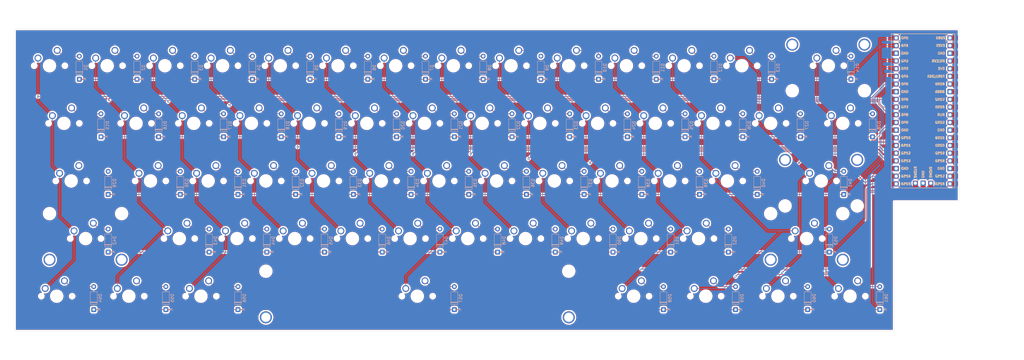
<source format=kicad_pcb>
(kicad_pcb (version 20241229) (generator "pcbnew") (generator_version "9.0")
  (layers (0 "F.Cu" signal) (2 "B.Cu" signal) (13 "F.Paste" user) (15 "B.Paste" user) (5 "F.SilkS" user "F.Silkscreen") (7 "B.SilkS" user "B.Silkscreen") (1 "F.Mask" user) (3 "B.Mask" user) (25 "Edge.Cuts" user))
  (net 0 "")
  (net 1 "Net-(D1-A)")
  (net 2 "Row 0")
  (net 3 "Net-(D2-A)")
  (net 4 "Net-(D3-A)")
  (net 5 "Net-(D4-A)")
  (net 6 "Net-(D5-A)")
  (net 7 "Net-(D6-A)")
  (net 8 "Net-(D7-A)")
  (net 9 "Net-(D8-A)")
  (net 10 "Net-(D9-A)")
  (net 11 "Net-(D10-A)")
  (net 12 "Net-(D11-A)")
  (net 13 "Net-(D12-A)")
  (net 14 "Net-(D13-A)")
  (net 15 "Net-(D14-A)")
  (net 16 "Net-(D15-A)")
  (net 17 "Row 1")
  (net 18 "Net-(D16-A)")
  (net 19 "Net-(D17-A)")
  (net 20 "Net-(D18-A)")
  (net 21 "Net-(D19-A)")
  (net 22 "Net-(D20-A)")
  (net 23 "Net-(D21-A)")
  (net 24 "Net-(D22-A)")
  (net 25 "Net-(D23-A)")
  (net 26 "Net-(D24-A)")
  (net 27 "Net-(D25-A)")
  (net 28 "Net-(D26-A)")
  (net 29 "Net-(D27-A)")
  (net 30 "Net-(D28-A)")
  (net 31 "Net-(D29-A)")
  (net 32 "Row 2")
  (net 33 "Net-(D30-A)")
  (net 34 "Net-(D31-A)")
  (net 35 "Net-(D32-A)")
  (net 36 "Net-(D33-A)")
  (net 37 "Net-(D34-A)")
  (net 38 "Net-(D35-A)")
  (net 39 "Net-(D36-A)")
  (net 40 "Net-(D37-A)")
  (net 41 "Net-(D38-A)")
  (net 42 "Net-(D39-A)")
  (net 43 "Net-(D40-A)")
  (net 44 "Net-(D41-A)")
  (net 45 "Net-(D42-A)")
  (net 46 "Net-(D43-A)")
  (net 47 "Row 3")
  (net 48 "Net-(D44-A)")
  (net 49 "Net-(D45-A)")
  (net 50 "Net-(D46-A)")
  (net 51 "Net-(D47-A)")
  (net 52 "Net-(D48-A)")
  (net 53 "Net-(D49-A)")
  (net 54 "Net-(D50-A)")
  (net 55 "Net-(D51-A)")
  (net 56 "Net-(D52-A)")
  (net 57 "Net-(D53-A)")
  (net 58 "Net-(D54-A)")
  (net 59 "Net-(D55-A)")
  (net 60 "Net-(D56-A)")
  (net 61 "Row 4")
  (net 62 "Net-(D57-A)")
  (net 63 "Net-(D58-A)")
  (net 64 "Net-(D59-A)")
  (net 65 "Net-(D60-A)")
  (net 66 "Net-(D61-A)")
  (net 67 "Col 0")
  (net 68 "Col 1")
  (net 69 "Col 2")
  (net 70 "Col 3")
  (net 71 "Col 4")
  (net 72 "Col 5")
  (net 73 "Col 6")
  (net 74 "Col 7")
  (net 75 "Col 8")
  (net 76 "Col 9")
  (net 77 "Col 10")
  (net 78 "Col 11")
  (net 79 "Col 12")
  (net 80 "Col 13")
  (footprint "PCM_marbastlib-mx:SW_MX_1u" (layer "F.Cu") (at 16.35125 81.26625)
    (property "Reference" "SW1" (hide yes))
    (property "Value" "Switch")
  )
  (footprint "PCM_marbastlib-mx:SW_MX_1.25u" (layer "F.Cu") (at 233.045 157.46625)
    (property "Reference" "SW59" (hide yes))
    (property "Value" "Switch")
  )
  (footprint "PCM_marbastlib-mx:SW_MX_1u" (layer "F.Cu") (at 121.12625 100.31625)
    (property "Reference" "SW20" (hide yes))
    (property "Value" "Switch")
  )
  (footprint "PCM_marbastlib-mx:SW_MX_1u" (layer "F.Cu") (at 68.73875 119.36625)
    (property "Reference" "SW31" (hide yes))
    (property "Value" "Switch")
  )
  (footprint "PCM_marbastlib-mx:SW_MX_1u" (layer "F.Cu") (at 54.45125 81.26625)
    (property "Reference" "SW3" (hide yes))
    (property "Value" "Switch")
  )
  (footprint "PCM_marbastlib-mx:SW_MX_1u" (layer "F.Cu") (at 192.56375 138.41625)
    (property "Reference" "SW50" (hide yes))
    (property "Value" "Switch")
  )
  (footprint "PCM_marbastlib-mx:SW_MX_1.5u" (layer "F.Cu") (at 21.11375 100.31625)
    (property "Reference" "SW15" (hide yes))
    (property "Value" "Switch")
  )
  (footprint "PCM_marbastlib-mx:SW_MX_1u" (layer "F.Cu") (at 149.70125 81.26625)
    (property "Reference" "SW8" (hide yes))
    (property "Value" "Switch")
  )
  (footprint "PCM_marbastlib-mx:SW_MX_1u" (layer "F.Cu") (at 187.80125 81.26625)
    (property "Reference" "SW10" (hide yes))
    (property "Value" "Switch")
  )
  (footprint "PCM_marbastlib-mx:SW_MX_1u" (layer "F.Cu") (at 140.17625 100.31625)
    (property "Reference" "SW21" (hide yes))
    (property "Value" "Switch")
  )
  (footprint "PCM_marbastlib-mx:SW_MX_1u" (layer "F.Cu") (at 163.98875 119.36625)
    (property "Reference" "SW36" (hide yes))
    (property "Value" "Switch")
  )
  (footprint "PCM_marbastlib-mx:SW_MX_1u" (layer "F.Cu") (at 206.85125 81.26625)
    (property "Reference" "SW11" (hide yes))
    (property "Value" "Switch")
  )
  (footprint "PCM_marbastlib-mx:SW_MX_1u" (layer "F.Cu") (at 63.97625 100.31625)
    (property "Reference" "SW17" (hide yes))
    (property "Value" "Switch")
  )
  (footprint "PCM_marbastlib-mx:SW_MX_1.25u" (layer "F.Cu") (at 280.67 157.46625)
    (property "Reference" "SW61" (hide yes))
    (property "Value" "Switch")
  )
  (footprint "PCM_marbastlib-mx:SW_MX_1u" (layer "F.Cu") (at 44.92625 100.31625)
    (property "Reference" "SW16" (hide yes))
    (property "Value" "Switch")
  )
  (footprint "PCM_marbastlib-mx:SW_MX_1u" (layer "F.Cu") (at 254.47625 100.31625)
    (property "Reference" "SW27" (hide yes))
    (property "Value" "Switch")
  )
  (footprint "PCM_marbastlib-mx:SW_MX_1u" (layer "F.Cu") (at 106.83875 119.36625)
    (property "Reference" "SW33" (hide yes))
    (property "Value" "Switch")
  )
  (footprint "PCM_marbastlib-mx:SW_MX_1u" (layer "F.Cu") (at 202.08875 119.36625)
    (property "Reference" "SW38" (hide yes))
    (property "Value" "Switch")
  )
  (footprint "PCM_marbastlib-mx:SW_MX_1u" (layer "F.Cu") (at 137.795 157.46625)
    (property "Reference" "SW57" (hide yes))
    (property "Value" "Switch")
  )
  (footprint "PCM_marbastlib-mx:SW_MX_1u" (layer "F.Cu") (at 49.68875 119.36625)
    (property "Reference" "SW30" (hide yes))
    (property "Value" "Switch")
  )
  (footprint "PCM_marbastlib-mx:SW_MX_1.25u" (layer "F.Cu") (at 209.2325 157.46625)
    (property "Reference" "SW58" (hide yes))
    (property "Value" "Switch")
  )
  (footprint "PCM_marbastlib-mx:SW_MX_1u" (layer "F.Cu") (at 28.2575 138.41625)
    (property "Reference" "SW42" (hide yes))
    (property "Value" "Switch")
  )
  (footprint "PCM_marbastlib-mx:SW_MX_1u" (layer "F.Cu") (at 183.03875 119.36625)
    (property "Reference" "SW37" (hide yes))
    (property "Value" "Switch")
  )
  (footprint "PCM_marbastlib-mx:SW_MX_1u" (layer "F.Cu") (at 135.41375 138.41625)
    (property "Reference" "SW47" (hide yes))
    (property "Value" "Switch")
  )
  (footprint "PCM_marbastlib-mx:SW_MX_1.25u" (layer "F.Cu") (at 256.8575 157.46625)
    (property "Reference" "SW60" (hide yes))
    (property "Value" "Switch")
  )
  (footprint "PCM_marbastlib-mx:SW_MX_1u" (layer "F.Cu") (at 102.07625 100.31625)
    (property "Reference" "SW19" (hide yes))
    (property "Value" "Switch")
  )
  (footprint "PCM_marbastlib-mx:SW_MX_1u" (layer "F.Cu") (at 216.37625 100.31625)
    (property "Reference" "SW25" (hide yes))
    (property "Value" "Switch")
  )
  (footprint "PCM_marbastlib-mx:SW_MX_1u" (layer "F.Cu") (at 144.93875 119.36625)
    (property "Reference" "SW35" (hide yes))
    (property "Value" "Switch")
  )
  (footprint "PCM_marbastlib-mx:STAB_MX_P_2.75u" (layer "F.Cu") (at 266.3825 138.41625 180)
    (property "Reference" "S5" (hide yes))
    (property "Value" "MX_stab")
  )
  (footprint "JoeScottoMCU:Raspberry_Pi_Pico" (layer "F.Cu") (at 304.8 96.2025)
    (property "Reference" "U1" (hide yes))
    (property "Value" "Raspberry_Pi_Pico" (hide yes))
  )
  (footprint "PCM_marbastlib-mx:SW_MX_1u" (layer "F.Cu") (at 130.65125 81.26625)
    (property "Reference" "SW7" (hide yes))
    (property "Value" "Switch")
  )
  (footprint "PCM_marbastlib-mx:SW_MX_1u" (layer "F.Cu") (at 35.40125 81.26625)
    (property "Reference" "SW2" (hide yes))
    (property "Value" "Switch")
  )
  (footprint "PCM_marbastlib-mx:SW_MX_1u" (layer "F.Cu") (at 159.22625 100.31625)
    (property "Reference" "SW22" (hide yes))
    (property "Value" "Switch")
  )
  (footprint "PCM_marbastlib-mx:SW_MX_1u" (layer "F.Cu") (at 78.26375 138.41625)
    (property "Reference" "SW44" (hide yes))
    (property "Value" "Switch")
  )
  (footprint "PCM_marbastlib-mx:SW_MX_1u" (layer "F.Cu") (at 173.51375 138.41625)
    (property "Reference" "SW49" (hide yes))
    (property "Value" "Switch")
  )
  (footprint "PCM_marbastlib-mx:STAB_MX_P_2u" (layer "F.Cu") (at 273.52625 81.26625)
    (property "Reference" "S2" (hide yes))
    (property "Value" "MX_stab")
  )
  (footprint "PCM_marbastlib-mx:SW_MX_1u" (layer "F.Cu") (at 225.90125 81.26625)
    (property "Reference" "SW12" (hide yes))
    (property "Value" "Switch")
  )
  (footprint "PCM_marbastlib-mx:SW_MX_1.5u" (layer "F.Cu") (at 278.28875 100.31625)
    (property "Reference" "SW28" (hide yes))
    (property "Value" "Switch")
  )
  (footprint "PCM_marbastlib-mx:SW_MX_1u" (layer "F.Cu") (at 273.52625 81.26625)
    (property "Reference" "SW14" (hide yes))
    (property "Value" "Switch")
  )
  (footprint "PCM_marbastlib-mx:SW_MX_1u" (layer "F.Cu") (at 266.3825 138.41625)
    (property "Reference" "SW53" (hide yes))
    (property "Value" "Switch")
  )
  (footprint "PCM_marbastlib-mx:SW_MX_1u" (layer "F.Cu") (at 178.27625 100.31625)
    (property "Reference" "SW23" (hide yes))
    (property "Value" "Switch")
  )
  (footprint "PCM_marbastlib-mx:SW_MX_1u" (layer "F.Cu") (at 73.50125 81.26625)
    (property "Reference" "SW4" (hide yes))
    (property "Value" "Switch")
  )
  (footprint "PCM_marbastlib-mx:SW_MX_1u" (layer "F.Cu") (at 240.18875 119.36625)
    (property "Reference" "SW40" (hide yes))
    (property "Value" "Switch")
  )
  (footprint "PCM_marbastlib-mx:SW_MX_1u" (layer "F.Cu") (at 125.88875 119.36625)
    (property "Reference" "SW34" (hide yes))
    (property "Value" "Switch")
  )
  (footprint "PCM_marbastlib-mx:SW_MX_1u" (layer "F.Cu") (at 59.21375 138.41625)
    (property "Reference" "SW43" (hide yes))
    (property "Value" "Switch")
  )
  (footprint "PCM_marbastlib-mx:STAB_MX_P_2.25u" (layer "F.Cu") (at 271.145 119.36625)
    (property "Reference" "S4" (hide yes))
    (property "Value" "MX_stab")
  )
  (footprint "PCM_marbastlib-mx:SW_MX_1u" (layer "F.Cu") (at 230.66375 138.41625)
    (property "Reference" "SW52" (hide yes))
    (property "Value" "Switch")
  )
  (footprint "PCM_marbastlib-mx:SW_MX_1u" (layer "F.Cu") (at 197.32625 100.31625)
    (property "Reference" "SW24" (hide yes))
    (property "Value" "Switch")
  )
  (footprint "PCM_marbastlib-mx:SW_MX_1u" (layer "F.Cu") (at 244.95125 81.26625)
    (property "Reference" "SW13" (hide yes))
    (property "Value" "Switch")
  )
  (footprint "PCM_marbastlib-mx:SW_MX_1.25u" (layer "F.Cu") (at 66.3575 157.46625)
    (property "Reference" "SW56" (hide yes))
    (property "Value" "Switch")
  )
  (footprint "PCM_marbastlib-mx:SW_MX_1u" (layer "F.Cu") (at 97.31375 138.41625)
    (property "Reference" "SW45" (hide yes))
    (property "Value" "Switch")
  )
  (footprint "PCM_marbastlib-mx:SW_MX_1u" (layer "F.Cu") (at 168.75125 81.26625)
    (property "Reference" "SW9" (hide yes))
    (property "Value" "Switch")
  )
  (footprint "PCM_marbastlib-mx:SW_MX_1.75u" (layer "F.Cu") (at 23.495 119.36625)
    (property "Reference" "SW29" (hide yes))
    (property "Value" "Switch")
  )
  (footprint "PCM_marbastlib-mx:SW_MX_1u" (layer "F.Cu") (at 221.13875 119.36625)
    (property "Reference" "SW39" (hide yes))
    (property "Value" "Switch")
  )
  (footprint "PCM_marbastlib-mx:SW_MX_1u" (layer "F.Cu") (at 154.46375 138.41625)
    (property "Reference" "SW48" (hide yes))
    (property "Value" "Switch")
  )
  (footprint "PCM_marbastlib-mx:SW_MX_1.25u" (layer "F.Cu") (at 42.545 157.46625)
    (property "Reference" "SW55" (hide yes))
    (property "Value" "Switch")
  )
  (footprint "PCM_marbastlib-mx:STAB_MX_P_6.25u" (layer "F.Cu") (at 137.795 157.46625 180)
    (property "Reference" "S1" (hide yes))
    (property "Value" "MX_stab")
  )
  (footprint "PCM_marbastlib-mx:STAB_MX_P_2.25u" (layer "F.Cu") (at 28.2575 138.41625 180)
    (property "Reference" "S3" (hide yes))
    (property "Value" "MX_stab")
  )
  (footprint "PCM_marbastlib-mx:SW_MX_1u" (layer "F.Cu") (at 271.145 119.36625)
    (property "Reference" "SW41" (hide yes))
    (property "Value" "Switch")
  )
  (footprint "PCM_marbastlib-mx:SW_MX_1u" (layer "F.Cu") (at 116.36375 138.41625)
    (property "Reference" "SW46" (hide yes))
    (property "Value" "Switch")
  )
  (footprint "PCM_marbastlib-mx:SW_MX_1u" (layer "F.Cu") (at 83.02625 100.31625)
    (property "Reference" "SW18" (hide yes))
    (property "Value" "Switch")
  )
  (footprint "PCM_marbastlib-mx:SW_MX_1u" (layer "F.Cu") (at 235.42625 100.31625)
    (property "Reference" "SW26" (hide yes))
    (property "Value" "Switch")
  )
  (footprint "PCM_marbastlib-mx:SW_MX_1u" (layer "F.Cu") (at 211.61375 138.41625)
    (property "Reference" "SW51" (hide yes))
    (property "Value" "Switch")
  )
  (footprint "PCM_marbastlib-mx:SW_MX_1.25u" (layer "F.Cu") (at 18.7325 157.46625)
    (property "Reference" "SW54" (hide yes))
    (property "Value" "Switch")
  )
  (footprint "PCM_marbastlib-mx:SW_MX_1u" (layer "F.Cu") (at 87.78875 119.36625)
    (property "Reference" "SW32" (hide yes))
    (property "Value" "Switch")
  )
  (footprint "PCM_marbastlib-mx:SW_MX_1u" (layer "F.Cu") (at 92.55125 81.26625)
    (property "Reference" "SW5" (hide yes))
    (property "Value" "Switch")
  )
  (footprint "PCM_marbastlib-mx:SW_MX_1u" (layer "F.Cu") (at 111.60125 81.26625)
    (property "Reference" "SW6" (hide yes))
    (property "Value" "Switch")
  )
  (footprint "Diode_THT:D_DO-35_SOD27_P7.62mm_Horizontal" (layer "B.Cu") (at 83.34375 85.725 90)
    (property "Reference" "D4")
    (property "Value" "1N4148")
  )
  (footprint "Diode_THT:D_DO-35_SOD27_P7.62mm_Horizontal" (layer "B.Cu") (at 52.3875 104.775 90)
    (property "Reference" "D16")
    (property "Value" "1N4148")
  )
  (footprint "Diode_THT:D_DO-35_SOD27_P7.62mm_Horizontal" (layer "B.Cu") (at 88.10625 142.875 90)
    (property "Reference" "D44")
    (property "Value" "1N4148")
  )
  (footprint "Diode_THT:D_DO-35_SOD27_P7.62mm_Horizontal" (layer "B.Cu") (at 254.79375 85.725 90)
    (property "Reference" "D13")
    (property "Value" "1N4148")
  )
  (footprint "Diode_THT:D_DO-35_SOD27_P7.62mm_Horizontal" (layer "B.Cu") (at 240.50625 142.875 90)
    (property "Reference" "D52")
    (property "Value" "1N4148")
  )
  (footprint "Diode_THT:D_DO-35_SOD27_P7.62mm_Horizontal" (layer "B.Cu") (at 78.58125 123.825 90)
    (property "Reference" "D31")
    (property "Value" "1N4148")
  )
  (footprint "Diode_THT:D_DO-35_SOD27_P7.62mm_Horizontal" (layer "B.Cu") (at 150.01875 161.925 90)
    (property "Reference" "D57")
    (property "Value" "1N4148")
  )
  (footprint "Diode_THT:D_DO-35_SOD27_P7.62mm_Horizontal" (layer "B.Cu") (at 211.93125 123.825 90)
    (property "Reference" "D38")
    (property "Value" "1N4148")
  )
  (footprint "Diode_THT:D_DO-35_SOD27_P7.62mm_Horizontal" (layer "B.Cu") (at 26.19375 85.725 90)
    (property "Reference" "D1")
    (property "Value" "1N4148")
  )
  (footprint "Diode_THT:D_DO-35_SOD27_P7.62mm_Horizontal" (layer "B.Cu") (at 69.05625 142.875 90)
    (property "Reference" "D43")
    (property "Value" "1N4148")
  )
  (footprint "Diode_THT:D_DO-35_SOD27_P7.62mm_Horizontal" (layer "B.Cu") (at 92.86875 104.775 90)
    (property "Reference" "D18")
    (property "Value" "1N4148")
  )
  (footprint "Diode_THT:D_DO-35_SOD27_P7.62mm_Horizontal" (layer "B.Cu") (at 273.84375 142.875 90)
    (property "Reference" "D53")
    (property "Value" "1N4148")
  )
  (footprint "Diode_THT:D_DO-35_SOD27_P7.62mm_Horizontal" (layer "B.Cu") (at 290.5125 161.925 90)
    (property "Reference" "D61")
    (property "Value" "1N4148")
  )
  (footprint "Diode_THT:D_DO-35_SOD27_P7.62mm_Horizontal" (layer "B.Cu") (at 264.31875 104.775 90)
    (property "Reference" "D27")
    (property "Value" "1N4148")
  )
  (footprint "Diode_THT:D_DO-35_SOD27_P7.62mm_Horizontal" (layer "B.Cu") (at 135.73125 123.825 90)
    (property "Reference" "D34")
    (property "Value" "1N4148")
  )
  (footprint "Diode_THT:D_DO-35_SOD27_P7.62mm_Horizontal" (layer "B.Cu") (at 164.30625 142.875 90)
    (property "Reference" "D48")
    (property "Value" "1N4148")
  )
  (footprint "Diode_THT:D_DO-35_SOD27_P7.62mm_Horizontal" (layer "B.Cu") (at 219.075 161.925 90)
    (property "Reference" "D58")
    (property "Value" "1N4148")
  )
  (footprint "Diode_THT:D_DO-35_SOD27_P7.62mm_Horizontal" (layer "B.Cu") (at 73.81875 104.775 90)
    (property "Reference" "D17")
    (property "Value" "1N4148")
  )
  (footprint "Diode_THT:D_DO-35_SOD27_P7.62mm_Horizontal" (layer "B.Cu") (at 197.64375 85.725 90)
    (property "Reference" "D10")
    (property "Value" "1N4148")
  )
  (footprint "Diode_THT:D_DO-35_SOD27_P7.62mm_Horizontal" (layer "B.Cu") (at 173.83125 123.825 90)
    (property "Reference" "D36")
    (property "Value" "1N4148")
  )
  (footprint "Diode_THT:D_DO-35_SOD27_P7.62mm_Horizontal" (layer "B.Cu") (at 45.24375 85.725 90)
    (property "Reference" "D2")
    (property "Value" "1N4148")
  )
  (footprint "Diode_THT:D_DO-35_SOD27_P7.62mm_Horizontal" (layer "B.Cu") (at 59.53125 123.825 90)
    (property "Reference" "D30")
    (property "Value" "1N4148")
  )
  (footprint "Diode_THT:D_DO-35_SOD27_P7.62mm_Horizontal" (layer "B.Cu") (at 245.26875 104.775 90)
    (property "Reference" "D26")
    (property "Value" "1N4148")
  )
  (footprint "Diode_THT:D_DO-35_SOD27_P7.62mm_Horizontal" (layer "B.Cu") (at 242.8875 161.925 90)
    (property "Reference" "D59")
    (property "Value" "1N4148")
  )
  (footprint "Diode_THT:D_DO-35_SOD27_P7.62mm_Horizontal" (layer "B.Cu") (at 116.68125 123.825 90)
    (property "Reference" "D33")
    (property "Value" "1N4148")
  )
  (footprint "Diode_THT:D_DO-35_SOD27_P7.62mm_Horizontal" (layer "B.Cu") (at 126.20625 142.875 90)
    (property "Reference" "D46")
    (property "Value" "1N4148")
  )
  (footprint "Diode_THT:D_DO-35_SOD27_P7.62mm_Horizontal" (layer "B.Cu") (at 250.03125 123.825 90)
    (property "Reference" "D40")
    (property "Value" "1N4148")
  )
  (footprint "Diode_THT:D_DO-35_SOD27_P7.62mm_Horizontal" (layer "B.Cu") (at 111.91875 104.775 90)
    (property "Reference" "D19")
    (property "Value" "1N4148")
  )
  (footprint "Diode_THT:D_DO-35_SOD27_P7.62mm_Horizontal" (layer "B.Cu") (at 54.76875 161.925 90)
    (property "Reference" "D55")
    (property "Value" "1N4148")
  )
  (footprint "Diode_THT:D_DO-35_SOD27_P7.62mm_Horizontal" (layer "B.Cu") (at 288.13125 104.775 90)
    (property "Reference" "D28")
    (property "Value" "1N4148")
  )
  (footprint "Diode_THT:D_DO-35_SOD27_P7.62mm_Horizontal" (layer "B.Cu") (at 188.11875 104.775 90)
    (property "Reference" "D23")
    (property "Value" "1N4148")
  )
  (footprint "Diode_THT:D_DO-35_SOD27_P7.62mm_Horizontal" (layer "B.Cu") (at 169.06875 104.775 90)
    (property "Reference" "D22")
    (property "Value" "1N4148")
  )
  (footprint "Diode_THT:D_DO-35_SOD27_P7.62mm_Horizontal" (layer "B.Cu") (at 278.60625 123.825 90)
    (property "Reference" "D41")
    (property "Value" "1N4148")
  )
  (footprint "Diode_THT:D_DO-35_SOD27_P7.62mm_Horizontal" (layer "B.Cu") (at 235.74375 85.725 90)
    (property "Reference" "D12")
    (property "Value" "1N4148")
  )
  (footprint "Diode_THT:D_DO-35_SOD27_P7.62mm_Horizontal" (layer "B.Cu") (at 64.29375 85.725 90)
    (property "Reference" "D3")
    (property "Value" "1N4148")
  )
  (footprint "Diode_THT:D_DO-35_SOD27_P7.62mm_Horizontal" (layer "B.Cu") (at 121.44375 85.725 90)
    (property "Reference" "D6")
    (property "Value" "1N4148")
  )
  (footprint "Diode_THT:D_DO-35_SOD27_P7.62mm_Horizontal" (layer "B.Cu") (at 192.88125 123.825 90)
    (property "Reference" "D37")
    (property "Value" "1N4148")
  )
  (footprint "Diode_THT:D_DO-35_SOD27_P7.62mm_Horizontal" (layer "B.Cu") (at 216.69375 85.725 90)
    (property "Reference" "D11")
    (property "Value" "1N4148")
  )
  (footprint "Diode_THT:D_DO-35_SOD27_P7.62mm_Horizontal" (layer "B.Cu") (at 107.15625 142.875 90)
    (property "Reference" "D45")
    (property "Value" "1N4148")
  )
  (footprint "Diode_THT:D_DO-35_SOD27_P7.62mm_Horizontal" (layer "B.Cu") (at 207.16875 104.775 90)
    (property "Reference" "D24")
    (property "Value" "1N4148")
  )
  (footprint "Diode_THT:D_DO-35_SOD27_P7.62mm_Horizontal" (layer "B.Cu") (at 159.54375 85.725 90)
    (property "Reference" "D8")
    (property "Value" "1N4148")
  )
  (footprint "Diode_THT:D_DO-35_SOD27_P7.62mm_Horizontal" (layer "B.Cu") (at 33.3375 104.775 90)
    (property "Reference" "D15")
    (property "Value" "1N4148")
  )
  (footprint "Diode_THT:D_DO-35_SOD27_P7.62mm_Horizontal" (layer "B.Cu") (at 178.59375 85.725 90)
    (property "Reference" "D9")
    (property "Value" "1N4148")
  )
  (footprint "Diode_THT:D_DO-35_SOD27_P7.62mm_Horizontal" (layer "B.Cu") (at 154.78125 123.825 90)
    (property "Reference" "D35")
    (property "Value" "1N4148")
  )
  (footprint "Diode_THT:D_DO-35_SOD27_P7.62mm_Horizontal" (layer "B.Cu") (at 30.95625 161.925 90)
    (property "Reference" "D54")
    (property "Value" "1N4148")
  )
  (footprint "Diode_THT:D_DO-35_SOD27_P7.62mm_Horizontal" (layer "B.Cu") (at 140.49375 85.725 90)
    (property "Reference" "D7")
    (property "Value" "1N4148")
  )
  (footprint "Diode_THT:D_DO-35_SOD27_P7.62mm_Horizontal" (layer "B.Cu") (at 226.21875 104.775 90)
    (property "Reference" "D25")
    (property "Value" "1N4148")
  )
  (footprint "Diode_THT:D_DO-35_SOD27_P7.62mm_Horizontal" (layer "B.Cu") (at 35.71875 123.825 90)
    (property "Reference" "D29")
    (property "Value" "1N4148")
  )
  (footprint "Diode_THT:D_DO-35_SOD27_P7.62mm_Horizontal" (layer "B.Cu") (at 97.63125 123.825 90)
    (property "Reference" "D32")
    (property "Value" "1N4148")
  )
  (footprint "Diode_THT:D_DO-35_SOD27_P7.62mm_Horizontal" (layer "B.Cu") (at 266.7 161.925 90)
    (property "Reference" "D60")
    (property "Value" "1N4148")
  )
  (footprint "Diode_THT:D_DO-35_SOD27_P7.62mm_Horizontal" (layer "B.Cu") (at 202.40625 142.875 90)
    (property "Reference" "D50")
    (property "Value" "1N4148")
  )
  (footprint "Diode_THT:D_DO-35_SOD27_P7.62mm_Horizontal" (layer "B.Cu") (at 130.96875 104.775 90)
    (property "Reference" "D20")
    (property "Value" "1N4148")
  )
  (footprint "Diode_THT:D_DO-35_SOD27_P7.62mm_Horizontal" (layer "B.Cu") (at 145.25625 142.875 90)
    (property "Reference" "D47")
    (property "Value" "1N4148")
  )
  (footprint "Diode_THT:D_DO-35_SOD27_P7.62mm_Horizontal" (layer "B.Cu") (at 35.71875 142.875 90)
    (property "Reference" "D42")
    (property "Value" "1N4148")
  )
  (footprint "Diode_THT:D_DO-35_SOD27_P7.62mm_Horizontal" (layer "B.Cu") (at 102.39375 85.725 90)
    (property "Reference" "D5")
    (property "Value" "1N4148")
  )
  (footprint "Diode_THT:D_DO-35_SOD27_P7.62mm_Horizontal" (layer "B.Cu") (at 221.45625 142.875 90)
    (property "Reference" "D51")
    (property "Value" "1N4148")
  )
  (footprint "Diode_THT:D_DO-35_SOD27_P7.62mm_Horizontal" (layer "B.Cu") (at 280.9875 85.725 90)
    (property "Reference" "D14")
    (property "Value" "1N4148")
  )
  (footprint "Diode_THT:D_DO-35_SOD27_P7.62mm_Horizontal" (layer "B.Cu") (at 183.35625 142.875 90)
    (property "Reference" "D49")
    (property "Value" "1N4148")
  )
  (footprint "Diode_THT:D_DO-35_SOD27_P7.62mm_Horizontal" (layer "B.Cu") (at 78.58125 161.925 90)
    (property "Reference" "D56")
    (property "Value" "1N4148")
  )
  (footprint "Diode_THT:D_DO-35_SOD27_P7.62mm_Horizontal" (layer "B.Cu") (at 230.98125 123.825 90)
    (property "Reference" "D39")
    (property "Value" "1N4148")
  )
  (footprint "Diode_THT:D_DO-35_SOD27_P7.62mm_Horizontal" (layer "B.Cu") (at 150.01875 104.775 90)
    (property "Reference" "D21")
    (property "Value" "1N4148")
  )
  (gr_line (start 4.7625 169.06875) (end 295.275 169.06875) (stroke (width 0.05)) (layer "Edge.Cuts"))
  (gr_line (start 295.275 126.20625) (end 316.70625 126.20625) (stroke (width 0.05)) (layer "Edge.Cuts"))
  (gr_line (start 316.70625 126.20625) (end 316.70625 69.05625) (stroke (width 0.05)) (layer "Edge.Cuts"))
  (gr_line (start 295.275 169.06875) (end 295.275 126.20625) (stroke (width 0.05)) (layer "Edge.Cuts"))
  (gr_line (start 316.70625 69.05625) (end 4.7625 69.05625) (stroke (width 0.05)) (layer "Edge.Cuts"))
  (gr_line (start 4.7625 69.05625) (end 4.7625 169.06875) (stroke (width 0.05)) (layer "Edge.Cuts"))
  (gr_text "RP2040Plus\n" (at 304.8 104.775 90) (layer "F.Cu") (effects (font (size 1.5 1.5) (thickness 0.3) (bold yes)) (justify left bottom)))
  (gr_text "WayBoard for Highway to Undercity\n" (at 83.34375 157.1625 0) (layer "F.Cu") (effects (font (size 1.5 1.5) (thickness 0.1875)) (justify left bottom)))
  (gr_text "12/06/25\n" (at 92.86875 166.6875 0) (layer "F.Cu") (effects (font (size 1.5 1.5) (thickness 0.3) (bold yes)) (justify left bottom)))
  (segment (start 18.89125 76.18625) (end 20.81 78.105) (width 0.2) (layer "F.Cu") (net 1))
  (segment (start 20.81 78.105) (end 26.19375 78.105) (width 0.2) (layer "F.Cu") (net 1))
  (segment (start 26.19375 85.725) (end 45.24375 85.725) (width 0.2) (layer "F.Cu") (net 2))
  (segment (start 62.256174 85.725) (end 64.29375 85.725) (width 0.2) (layer "F.Cu") (net 2))
  (segment (start 26.19375 85.725) (end 280.9875 85.725) (width 0.2) (layer "F.Cu") (net 2))
  (segment (start 290.5125 74.77125) (end 290.5125 72.39) (width 0.2) (layer "B.Cu") (net 2))
  (segment (start 290.5125 72.39) (end 295.5925 72.39) (width 0.2) (layer "B.Cu") (net 2))
  (segment (start 280.9875 84.29625) (end 290.5125 74.77125) (width 0.2) (layer "B.Cu") (net 2))
  (segment (start 280.9875 85.725) (end 280.9875 84.29625) (width 0.2) (layer "B.Cu") (net 2))
  (segment (start 295.5925 72.39) (end 295.91 72.0725) (width 0.2) (layer "B.Cu") (net 2))
  (segment (start 39.86 78.105) (end 45.24375 78.105) (width 0.2) (layer "F.Cu") (net 3))
  (segment (start 37.94125 76.18625) (end 39.86 78.105) (width 0.2) (layer "F.Cu") (net 3))
  (segment (start 56.99125 76.18625) (end 58.91 78.105) (width 0.2) (layer "F.Cu") (net 4))
  (segment (start 58.91 78.105) (end 64.29375 78.105) (width 0.2) (layer "F.Cu") (net 4))
  (segment (start 76.04125 76.18625) (end 77.96 78.105) (width 0.2) (layer "F.Cu") (net 5))
  (segment (start 77.96 78.105) (end 83.34375 78.105) (width 0.2) (layer "F.Cu") (net 5))
  (segment (start 95.09125 76.18625) (end 97.01 78.105) (width 0.2) (layer "F.Cu") (net 6))
  (segment (start 97.01 78.105) (end 102.39375 78.105) (width 0.2) (layer "F.Cu") (net 6))
  (segment (start 114.14125 76.18625) (end 116.06 78.105) (width 0.2) (layer "F.Cu") (net 7))
  (segment (start 116.06 78.105) (end 121.44375 78.105) (width 0.2) (layer "F.Cu") (net 7))
  (segment (start 135.11 78.105) (end 140.49375 78.105) (width 0.2) (layer "F.Cu") (net 8))
  (segment (start 133.19125 76.18625) (end 135.11 78.105) (width 0.2) (layer "F.Cu") (net 8))
  (segment (start 152.24125 76.18625) (end 154.16 78.105) (width 0.2) (layer "F.Cu") (net 9))
  (segment (start 154.16 78.105) (end 159.54375 78.105) (width 0.2) (layer "F.Cu") (net 9))
  (segment (start 171.29125 76.18625) (end 178.10375 76.18625) (width 0.2) (layer "F.Cu") (net 10))
  (segment (start 178.10375 76.18625) (end 178.59375 76.67625) (width 0.2) (layer "F.Cu") (net 10))
  (segment (start 190.34125 76.18625) (end 196.6775 76.18625) (width 0.2) (layer "F.Cu") (net 11))
  (segment (start 196.6775 76.18625) (end 197.64375 77.1525) (width 0.2) (layer "F.Cu") (net 11))
  (segment (start 211.31 78.105) (end 216.69375 78.105) (width 0.2) (layer "F.Cu") (net 12))
  (segment (start 209.39125 76.18625) (end 211.31 78.105) (width 0.2) (layer "F.Cu") (net 12))
  (segment (start 230.36 78.105) (end 235.74375 78.105) (width 0.2) (layer "F.Cu") (net 13))
  (segment (start 228.44125 76.18625) (end 230.36 78.105) (width 0.2) (layer "F.Cu") (net 13))
  (segment (start 249.41 78.105) (end 254.79375 78.105) (width 0.2) (layer "F.Cu") (net 14))
  (segment (start 247.49125 76.18625) (end 249.41 78.105) (width 0.2) (layer "F.Cu") (net 14))
  (segment (start 277.985 78.105) (end 280.9875 78.105) (width 0.2) (layer "F.Cu") (net 15))
  (segment (start 276.06625 76.18625) (end 277.985 78.105) (width 0.2) (layer "F.Cu") (net 15))
  (segment (start 23.65375 95.23625) (end 25.5725 97.155) (width 0.2) (layer "F.Cu") (net 16))
  (segment (start 25.5725 97.155) (end 33.3375 97.155) (width 0.2) (layer "F.Cu") (net 16))
  (segment (start 33.3375 104.775) (end 226.21875 104.775) (width 0.2) (layer "F.Cu") (net 17))
  (segment (start 226.21875 104.775) (end 288.13125 104.775) (width 0.2) (layer "F.Cu") (net 17))
  (segment (start 290.5125 75.33835) (end 291.23835 74.6125) (width 0.2) (layer "B.Cu") (net 17))
  (segment (start 288.13125 93.82125) (end 288.13125 91.44) (width 0.2) (layer "B.Cu") (net 17))
  (segment (start 290.5125 96.2025) (end 288.13125 93.82125) (width 0.2) (layer "B.Cu") (net 17))
  (segment (start 291.23835 74.6125) (end 295.91 74.6125) (width 0.2) (layer "B.Cu") (net 17))
  (segment (start 290.5125 89.05875) (end 290.5125 75.33835) (width 0.2) (layer "B.Cu") (net 17))
  (segment (start 289.08375 104.775) (end 290.5125 103.34625) (width 0.2) (layer "B.Cu") (net 17))
  (segment (start 288.13125 104.775) (end 289.08375 104.775) (width 0.2) (layer "B.Cu") (net 17))
  (segment (start 288.13125 91.44) (end 290.5125 89.05875) (width 0.2) (layer "B.Cu") (net 17))
  (segment (start 290.5125 103.34625) (end 290.5125 96.2025) (width 0.2) (layer "B.Cu") (net 17))
  (segment (start 49.385 97.155) (end 52.3875 97.155) (width 0.2) (layer "F.Cu") (net 18))
  (segment (start 47.46625 95.23625) (end 49.385 97.155) (width 0.2) (layer "F.Cu") (net 18))
  (segment (start 68.435 97.155) (end 73.81875 97.155) (width 0.2) (layer "F.Cu") (net 19))
  (segment (start 66.51625 95.23625) (end 68.435 97.155) (width 0.2) (layer "F.Cu") (net 19))
  (segment (start 87.485 97.155) (end 92.86875 97.155) (width 0.2) (layer "F.Cu") (net 20))
  (segment (start 85.56625 95.23625) (end 87.485 97.155) (width 0.2) (layer "F.Cu") (net 20))
  (segment (start 106.535 97.155) (end 111.91875 97.155) (width 0.2) (layer "F.Cu") (net 21))
  (segment (start 104.61625 95.23625) (end 106.535 97.155) (width 0.2) (layer "F.Cu") (net 21))
  (segment (start 125.585 97.155) (end 130.96875 97.155) (width 0.2) (layer "F.Cu") (net 22))
  (segment (start 123.66625 95.23625) (end 125.585 97.155) (width 0.2) (layer "F.Cu") (net 22))
  (segment (start 144.635 97.155) (end 150.01875 97.155) (width 0.2) (layer "F.Cu") (net 23))
  (segment (start 142.71625 95.23625) (end 144.635 97.155) (width 0.2) (layer "F.Cu") (net 23))
  (segment (start 161.76625 95.23625) (end 163.685 97.155) (width 0.2) (layer "F.Cu") (net 24))
  (segment (start 163.685 97.155) (end 169.06875 97.155) (width 0.2) (layer "F.Cu") (net 24))
  (segment (start 180.81625 95.23625) (end 182.735 97.155) (width 0.2) (layer "F.Cu") (net 25))
  (segment (start 182.735 97.155) (end 188.11875 97.155) (width 0.2) (layer "F.Cu") (net 25))
  (segment (start 201.785 97.155) (end 207.16875 97.155) (width 0.2) (layer "F.Cu") (net 26))
  (segment (start 199.86625 95.23625) (end 201.785 97.155) (width 0.2) (layer "F.Cu") (net 26))
  (segment (start 218.91625 95.23625) (end 220.835 97.155) (width 0.2) (layer "F.Cu") (net 27))
  (segment (start 220.835 97.155) (end 226.21875 97.155) (width 0.2) (layer "F.Cu") (net 27))
  (segment (start 237.96625 95.23625) (end 239.885 97.155) (width 0.2) (layer "F.Cu") (net 28))
  (segment (start 239.885 97.155) (end 245.26875 97.155) (width 0.2) (layer "F.Cu") (net 28))
  (segment (start 257.01625 95.23625) (end 258.935 97.155) (width 0.2) (layer "F.Cu") (net 29))
  (segment (start 258.935 97.155) (end 264.31875 97.155) (width 0.2) (layer "F.Cu") (net 29))
  (segment (start 282.7475 97.155) (end 288.13125 97.155) (width 0.2) (layer "F.Cu") (net 30))
  (segment (start 280.82875 95.23625) (end 282.7475 97.155) (width 0.2) (layer "F.Cu") (net 30))
  (segment (start 116.68125 123.825) (end 278.60625 123.825) (width 0.2) (layer "F.Cu") (net 32))
  (segment (start 35.71875 123.825) (end 116.68125 123.825) (width 0.2) (layer "F.Cu") (net 32))
  (segment (start 290.5125 111.91875) (end 290.5125 103.91335) (width 0.2) (layer "B.Cu") (net 32))
  (segment (start 288.53225 93.65515) (end 288.53225 91.6061) (width 0.2) (layer "B.Cu") (net 32))
  (segment (start 290.9135 89.22485) (end 290.9135 79.53375) (width 0.2) (layer "B.Cu") (net 32))
  (segment (start 290.5125 103.91335) (end 290.9135 103.51235) (width 0.2) (layer "B.Cu") (net 32))
  (segment (start 278.60625 123.825) (end 290.5125 111.91875) (width 0.2) (layer "B.Cu") (net 32))
  (segment (start 290.9135 103.51235) (end 290.9135 96.0364) (width 0.2) (layer "B.Cu") (net 32))
  (segment (start 290.9135 79.53375) (end 295.75125 79.53375) (width 0.2) (layer "B.Cu") (net 32))
  (segment (start 288.53225 91.6061) (end 290.9135 89.22485) (width 0.2) (layer "B.Cu") (net 32))
  (segment (start 290.9135 96.0364) (end 288.53225 93.65515) (width 0.2) (layer "B.Cu") (net 32))
  (segment (start 295.75125 79.53375) (end 295.91 79.6925) (width 0.2) (layer "B.Cu") (net 32))
  (segment (start 52.22875 114.28625) (end 54.1475 116.205) (width 0.2) (layer "F.Cu") (net 33))
  (segment (start 54.1475 116.205) (end 59.53125 116.205) (width 0.2) (layer "F.Cu") (net 33))
  (segment (start 71.27875 114.28625) (end 73.1975 116.205) (width 0.2) (layer "F.Cu") (net 34))
  (segment (start 73.1975 116.205) (end 78.58125 116.205) (width 0.2) (layer "F.Cu") (net 34))
  (segment (start 92.2475 116.205) (end 97.63125 116.205) (width 0.2) (layer "F.Cu") (net 35))
  (segment (start 90.32875 114.28625) (end 92.2475 116.205) (width 0.2) (layer "F.Cu") (net 35))
  (segment (start 111.2975 116.205) (end 116.68125 116.205) (width 0.2) (layer "F.Cu") (net 36))
  (segment (start 109.37875 114.28625) (end 111.2975 116.205) (width 0.2) (layer "F.Cu") (net 36))
  (segment (start 128.42875 114.28625) (end 130.3475 116.205) (width 0.2) (layer "F.Cu") (net 37))
  (segment (start 130.3475 116.205) (end 135.73125 116.205) (width 0.2) (layer "F.Cu") (net 37))
  (segment (start 147.47875 114.28625) (end 149.3975 116.205) (width 0.2) (layer "F.Cu") (net 38))
  (segment (start 149.3975 116.205) (end 154.78125 116.205) (width 0.2) (layer "F.Cu") (net 38))
  (segment (start 166.52875 114.28625) (end 168.4475 116.205) (width 0.2) (layer "F.Cu") (net 39))
  (segment (start 168.4475 116.205) (end 173.83125 116.205) (width 0.2) (layer "F.Cu") (net 39))
  (segment (start 185.57875 114.28625) (end 187.4975 116.205) (width 0.2) (layer "F.Cu") (net 40))
  (segment (start 187.4975 116.205) (end 192.88125 116.205) (width 0.2) (layer "F.Cu") (net 40))
  (segment (start 204.62875 114.28625) (end 206.5475 116.205) (width 0.2) (layer "F.Cu") (net 41))
  (segment (start 206.5475 116.205) (end 211.93125 116.205) (width 0.2) (layer "F.Cu") (net 41))
  (segment (start 225.5975 116.205) (end 230.98125 116.205) (width 0.2) (layer "F.Cu") (net 42))
  (segment (start 223.67875 114.28625) (end 225.5975 116.205) (width 0.2) (layer "F.Cu") (net 42))
  (segment (start 244.6475 116.205) (end 250.03125 116.205) (width 0.2) (layer "F.Cu") (net 43))
  (segment (start 242.72875 114.28625) (end 244.6475 116.205) (width 0.2) (layer "F.Cu") (net 43))
  (segment (start 273.685 114.28625) (end 275.60375 116.205) (width 0.2) (layer "F.Cu") (net 44))
  (segment (start 275.60375 116.205) (end 278.60625 116.205) (width 0.2) (layer "F.Cu") (net 44))
  (segment (start 32.71625 135.255) (end 35.71875 135.255) (width 0.2) (layer "F.Cu") (net 45))
  (segment (start 30.7975 133.33625) (end 32.71625 135.255) (width 0.2) (layer "F.Cu") (net 45))
  (segment (start 63.6725 135.255) (end 69.05625 135.255) (width 0.2) (layer "F.Cu") (net 46))
  (segment (start 61.75375 133.33625) (end 63.6725 135.255) (width 0.2) (layer "F.Cu") (net 46))
  (segment (start 35.71875 142.875) (end 221.45625 142.875) (width 0.2) (layer "F.Cu") (net 47))
  (segment (start 221.45625 142.875) (end 273.84375 142.875) (width 0.2) (layer "F.Cu") (net 47))
  (segment (start 285.75 131.92125) (end 285.75 117.63375) (width 0.2) (layer "B.Cu") (net 47))
  (segment (start 291.3145 89.39095) (end 291.3145 81.915) (width 0.2) (layer "B.Cu") (net 47))
  (segment (start 288.93325 93.48905) (end 288.93325 91.7722) (width 0.2) (layer "B.Cu") (net 47))
  (segment (start 291.3145 81.915) (end 295.5925 81.915) (width 0.2) (layer "B.Cu") (net 47))
  (segment (start 274.79625 142.875) (end 285.75 131.92125) (width 0.2) (layer "B.Cu") (net 47))
  (segment (start 290.9135 105.7275) (end 291.3145 105.3265) (width 0.2) (layer "B.Cu") (net 47))
  (segment (start 290.9135 112.47025) (end 290.9135 105.7275) (width 0.2) (layer "B.Cu") (net 47))
  (segment (start 291.3145 95.8703) (end 288.93325 93.48905) (width 0.2) (layer "B.Cu") (net 47))
  (segment (start 288.93325 91.7722) (end 291.3145 89.39095) (width 0.2) (layer "B.Cu") (net 47))
  (segment (start 285.75 117.63375) (end 290.9135 112.47025) (width 0.2) (layer "B.Cu") (net 47))
  (segment (start 291.3145 105.3265) (end 291.3145 95.8703) (width 0.2) (layer "B.Cu") (net 47))
  (segment (start 295.5925 81.915) (end 295.91 82.2325) (width 0.2) (layer "B.Cu") (net 47))
  (segment (start 273.84375 142.875) (end 274.79625 142.875) (width 0.2) (layer "B.Cu") (net 47))
  (segment (start 80.80375 133.33625) (end 82.7225 135.255) (width 0.2) (layer "F.Cu") (net 48))
  (segment (start 82.7225 135.255) (end 88.10625 135.255) (width 0.2) (layer "F.Cu") (net 48))
  (segment (start 101.7725 135.255) (end 107.15625 135.255) (width 0.2) (layer "F.Cu") (net 49))
  (segment (start 99.85375 133.33625) (end 101.7725 135.255) (width 0.2) (layer "F.Cu") (net 49))
  (segment (start 118.90375 133.33625) (end 120.8225 135.255) (width 0.2) (layer "F.Cu") (net 50))
  (segment (start 120.8225 135.255) (end 126.20625 135.255) (width 0.2) (layer "F.Cu") (net 50))
  (segment (start 139.8725 135.255) (end 145.25625 135.255) (width 0.2) (layer "F.Cu") (net 51))
  (segment (start 137.95375 133.33625) (end 139.8725 135.255) (width 0.2) (layer "F.Cu") (net 51))
  (segment (start 157.00375 133.33625) (end 158.9225 135.255) (width 0.2) (layer "F.Cu") (net 52))
  (segment (start 158.9225 135.255) (end 164.30625 135.255) (width 0.2) (layer "F.Cu") (net 52))
  (segment (start 177.9725 135.255) (end 183.35625 135.255) (width 0.2) (layer "F.Cu") (net 53))
  (segment (start 176.05375 133.33625) (end 177.9725 135.255) (width 0.2) (layer "F.Cu") (net 53))
  (segment (start 197.0225 135.255) (end 202.40625 135.255) (width 0.2) (layer "F.Cu") (net 54))
  (segment (start 195.10375 133.33625) (end 197.0225 135.255) (width 0.2) (layer "F.Cu") (net 54))
  (segment (start 216.0725 135.255) (end 221.45625 135.255) (width 0.2) (layer "F.Cu") (net 55))
  (segment (start 214.15375 133.33625) (end 216.0725 135.255) (width 0.2) (layer "F.Cu") (net 55))
  (segment (start 235.1225 135.255) (end 240.50625 135.255) (width 0.2) (layer "F.Cu") (net 56))
  (segment (start 233.20375 133.33625) (end 235.1225 135.255) (width 0.2) (layer "F.Cu") (net 56))
  (segment (start 270.84125 135.255) (end 273.84375 135.255) (width 0.2) (layer "F.Cu") (net 57))
  (segment (start 268.9225 133.33625) (end 270.84125 135.255) (width 0.2) (layer "F.Cu") (net 57))
  (segment (start 21.2725 152.38625) (end 23.19125 154.305) (width 0.2) (layer "F.Cu") (net 58))
  (segment (start 23.19125 154.305) (end 30.95625 154.305) (width 0.2) (layer "F.Cu") (net 58))
  (segment (start 47.00375 154.305) (end 54.76875 154.305) (width 0.2) (layer "F.Cu") (net 59))
  (segment (start 45.085 152.38625) (end 47.00375 154.305) (width 0.2) (layer "F.Cu") (net 59))
  (segment (start 70.81625 154.305) (end 78.58125 154.305) (width 0.2) (layer "F.Cu") (net 60))
  (segment (start 68.8975 152.38625) (end 70.81625 154.305) (width 0.2) (layer "F.Cu") (net 60))
  (segment (start 30.95625 161.925) (end 219.075 161.925) (width 0.2) (layer "F.Cu") (net 61))
  (segment (start 219.075 161.925) (end 290.5125 161.925) (width 0.2) (layer "F.Cu") (net 61))
  (segment (start 288.13125 159.54375) (end 288.13125 117.63375) (width 0.2) (layer "B.Cu") (net 61))
  (segment (start 291.3145 108.10875) (end 291.7155 107.70775) (width 0.2) (layer "B.Cu") (net 61))
  (segment (start 290.5125 91.44) (end 291.7155 90.237) (width 0.2) (layer "B.Cu") (net 61))
  (segment (start 291.7155 90.237) (end 291.7155 84.29625) (width 0.2) (layer "B.Cu") (net 61))
  (segment (start 290.5125 161.925) (end 288.13125 159.54375) (width 0.2) (layer "B.Cu") (net 61))
  (segment (start 290.5125 93.82125) (end 290.5125 91.44) (width 0.2) (layer "B.Cu") (net 61))
  (segment (start 291.3145 114.4505) (end 291.3145 108.10875) (width 0.2) (layer "B.Cu") (net 61))
  (segment (start 291.7155 84.29625) (end 295.43375 84.29625) (width 0.2) (layer "B.Cu") (net 61))
  (segment (start 288.13125 117.63375) (end 291.3145 114.4505) (width 0.2) (layer "B.Cu") (net 61))
  (segment (start 295.43375 84.29625) (end 295.91 84.7725) (width 0.2) (layer "B.Cu") (net 61))
  (segment (start 291.7155 95.02425) (end 290.5125 93.82125) (width 0.2) (layer "B.Cu") (net 61))
  (segment (start 291.7155 107.70775) (end 291.7155 95.02425) (width 0.2) (layer "B.Cu") (net 61))
  (segment (start 142.25375 154.305) (end 150.01875 154.305) (width 0.2) (layer "F.Cu") (net 62))
  (segment (start 140.335 152.38625) (end 142.25375 154.305) (width 0.2) (layer "F.Cu") (net 62))
  (segment (start 211.7725 152.38625) (end 213.69125 154.305) (width 0.2) (layer "F.Cu") (net 63))
  (segment (start 213.69125 154.305) (end 219.075 154.305) (width 0.2) (layer "F.Cu") (net 63))
  (segment (start 235.585 152.38625) (end 237.50375 154.305) (width 0.2) (layer "F.Cu") (net 64))
  (segment (start 237.50375 154.305) (end 242.8875 154.305) (width 0.2) (layer "F.Cu") (net 64))
  (segment (start 261.31625 154.305) (end 266.7 154.305) (width 0.2) (layer "F.Cu") (net 65))
  (segment (start 259.3975 152.38625) (end 261.31625 154.305) (width 0.2) (layer "F.Cu") (net 65))
  (segment (start 285.12875 154.305) (end 290.5125 154.305) (width 0.2) (layer "F.Cu") (net 66))
  (segment (start 283.21 152.38625) (end 285.12875 154.305) (width 0.2) (layer "F.Cu") (net 66))
  (segment (start 292.25875 87.3125) (end 287.7051 91.86615) (width 0.2) (layer "F.Cu") (net 67))
  (segment (start 259.55625 91.44) (end 12.54125 91.44) (width 0.2) (layer "F.Cu") (net 67))
  (segment (start 287.7051 91.86615) (end 259.9824 91.86615) (width 0.2) (layer "F.Cu") (net 67))
  (segment (start 295.91 87.3125) (end 292.25875 87.3125) (width 0.2) (layer "F.Cu") (net 67))
  (segment (start 259.9824 91.86615) (end 259.55625 91.44) (width 0.2) (layer "F.Cu") (net 67))
  (via (at 12.54125 91.44) (size 0.6) (drill 0.3) (layers "F.Cu" "B.Cu") (net 67))
  (segment (start 24.4475 135.87625) (end 24.4475 145.40125) (width 0.2) (layer "B.Cu") (net 67))
  (segment (start 17.30375 97.77625) (end 17.30375 114.445) (width 0.2) (layer "B.Cu") (net 67))
  (segment (start 12.54125 78.72625) (end 12.54125 91.44) (width 0.2) (layer "B.Cu") (net 67))
  (segment (start 24.4475 145.40125) (end 14.9225 154.92625) (width 0.2) (layer "B.Cu") (net 67))
  (segment (start 12.54125 93.01375) (end 17.30375 97.77625) (width 0.2) (layer "B.Cu") (net 67))
  (segment (start 19.685 116.82625) (end 19.685 131.11375) (width 0.2) (layer "B.Cu") (net 67))
  (segment (start 19.685 131.11375) (end 24.4475 135.87625) (width 0.2) (layer "B.Cu") (net 67))
  (segment (start 12.54125 91.44) (end 12.54125 93.01375) (width 0.2) (layer "B.Cu") (net 67))
  (segment (start 17.30375 114.445) (end 19.685 116.82625) (width 0.2) (layer "B.Cu") (net 67))
  (segment (start 35.997427 92.657428) (end 35.997427 92.055716) (width 0.2) (layer "F.Cu") (net 68))
  (segment (start 259.39015 91.841) (end 259.94165 92.3925) (width 0.2) (layer "F.Cu") (net 68))
  (segment (start 36.013143 92.04) (end 259.19115 92.04) (width 0.2) (layer "F.Cu") (net 68))
  (segment (start 259.94165 92.3925) (end 295.91 92.3925) (width 0.2) (layer "F.Cu") (net 68))
  (segment (start 35.997427 92.055716) (end 36.013143 92.04) (width 0.2) (layer "F.Cu") (net 68))
  (segment (start 259.19115 92.04) (end 259.39015 91.841) (width 0.2) (layer "F.Cu") (net 68))
  (via (at 35.997427 92.657428) (size 0.6) (drill 0.3) (layers "F.Cu" "B.Cu") (net 68))
  (segment (start 45.87875 126.35125) (end 55.40375 135.87625) (width 0.2) (layer "B.Cu") (net 68))
  (segment (start 31.59125 88.25125) (end 41.11625 97.77625) (width 0.2) (layer "B.Cu") (net 68))
  (segment (start 55.40375 135.87625) (end 53.777405 135.87625) (width 0.2) (layer "B.Cu") (net 68))
  (segment (start 38.735 150.918655) (end 38.735 154.92625) (width 0.2) (layer "B.Cu") (net 68))
  (segment (start 31.59125 78.72625) (end 31.59125 88.25125) (width 0.2) (layer "B.Cu") (net 68))
  (segment (start 53.777405 135.87625) (end 38.735 150.918655) (width 0.2) (layer "B.Cu") (net 68))
  (segment (start 45.87875 116.82625) (end 45.87875 126.35125) (width 0.2) (layer "B.Cu") (net 68))
  (segment (start 41.11625 112.06375) (end 45.87875 116.82625) (width 0.2) (layer "B.Cu") (net 68))
  (segment (start 41.11625 97.77625) (end 41.11625 112.06375) (width 0.2) (layer "B.Cu") (net 68))
  (segment (start 290.5125 93.82125) (end 290.5125 92.7935) (width 0.2) (layer "F.Cu") (net 69))
  (segment (start 295.91 94.9325) (end 291.62375 94.9325) (width 0.2) (layer "F.Cu") (net 69))
  (segment (start 291.62375 94.9325) (end 290.5125 93.82125) (width 0.2) (layer "F.Cu") (net 69))
  (segment (start 255.14625 92.7935) (end 254.79375 92.441) (width 0.2) (layer "F.Cu") (net 69))
  (segment (start 290.5125 92.7935) (end 255.14625 92.7935) (width 0.2) (layer "F.Cu") (net 69))
  (segment (start 254.79375 92.441) (end 56.149 92.441) (width 0.2) (layer "F.Cu") (net 69))
  (segment (start 56.149 92.441) (end 55.49 93.1) (width 0.2) (layer "F.Cu") (net 69))
  (via (at 55.49 93.1) (size 0.6) (drill 0.3) (layers "F.Cu" "B.Cu") (net 69))
  (segment (start 74.45375 135.87625) (end 74.45375 143.02) (width 0.2) (layer "B.Cu") (net 69))
  (segment (start 50.64125 78.72625) (end 50.64125 88.25125) (width 0.2) (layer "B.Cu") (net 69))
  (segment (start 74.45375 143.02) (end 62.5475 154.92625) (width 0.2) (layer "B.Cu") (net 69))
  (segment (start 64.92875 126.35125) (end 74.45375 135.87625) (width 0.2) (layer "B.Cu") (net 69))
  (segment (start 64.92875 116.82625) (end 64.92875 126.35125) (width 0.2) (layer "B.Cu") (net 69))
  (segment (start 55.49 93.1) (end 60.16625 97.77625) (width 0.2) (layer "B.Cu") (net 69))
  (segment (start 60.16625 97.77625) (end 60.16625 112.06375) (width 0.2) (layer "B.Cu") (net 69))
  (segment (start 50.64125 88.25125) (end 55.49 93.1) (width 0.2) (layer "B.Cu") (net 69))
  (segment (start 60.16625 112.06375) (end 64.92875 116.82625) (width 0.2) (layer "B.Cu") (net 69))
  (segment (start 264.9455 93.1945) (end 264.31875 93.82125) (width 0.2) (layer "F.Cu") (net 70))
  (segment (start 290.1115 93.98735) (end 290.1115 93.1945) (width 0.2) (layer "F.Cu") (net 70))
  (segment (start 250.03125 92.842) (end 77.17925 92.842) (width 0.2) (layer "F.Cu") (net 70))
  (segment (start 295.91 97.4725) (end 293.59665 97.4725) (width 0.2) (layer "F.Cu") (net 70))
  (segment (start 77.17925 92.842) (end 75.730625 94.290625) (width 0.2) (layer "F.Cu") (net 70))
  (segment (start 293.59665 97.4725) (end 290.1115 93.98735) (width 0.2) (layer "F.Cu") (net 70))
  (segment (start 250.38375 93.1945) (end 250.03125 92.842) (width 0.2) (layer "F.Cu") (net 70))
  (segment (start 264.31875 93.82125) (end 263.692 93.1945) (width 0.2) (layer "F.Cu") (net 70))
  (segment (start 263.692 93.1945) (end 250.38375 93.1945) (width 0.2) (layer "F.Cu") (net 70))
  (segment (start 290.1115 93.1945) (end 264.9455 93.1945) (width 0.2) (layer "F.Cu") (net 70))
  (via (at 75.730625 94.290625) (size 0.6) (drill 0.3) (layers "F.Cu" "B.Cu") (net 70))
  (segment (start 75.730625 94.290625) (end 79.21625 97.77625) (width 0.2) (layer "B.Cu") (net 70))
  (segment (start 69.69125 78.72625) (end 69.69125 88.25125) (width 0.2) (layer "B.Cu") (net 70))
  (segment (start 79.21625 97.77625) (end 79.21625 112.06375) (width 0.2) (layer "B.Cu") (net 70))
  (segment (start 69.69125 88.25125) (end 75.730625 94.290625) (width 0.2) (layer "B.Cu") (net 70))
  (segment (start 83.97875 116.82625) (end 83.97875 126.35125) (width 0.2) (layer "B.Cu") (net 70))
  (segment (start 79.21625 112.06375) (end 83.97875 116.82625) (width 0.2) (layer "B.Cu") (net 70))
  (segment (start 83.97875 126.35125) (end 93.50375 135.87625) (width 0.2) (layer "B.Cu") (net 70))
  (segment (start 287.98275 105.876) (end 285.75 108.10875) (width 0.2) (layer "F.Cu") (net 71))
  (segment (start 285.75 108.10875) (end 98.26625 108.10875) (width 0.2) (layer "F.Cu") (net 71))
  (segment (start 288.91641 105.876) (end 287.98275 105.876) (width 0.2) (layer "F.Cu") (net 71))
  (segment (start 290.5125 104.27991) (end 288.91641 105.876) (width 0.2) (layer "F.Cu") (net 71))
  (segment (start 290.5125 103.34625) (end 290.5125 104.27991) (width 0.2) (layer "F.Cu") (net 71))
  (segment (start 293.84625 100.0125) (end 290.5125 103.34625) (width 0.2) (layer "F.Cu") (net 71))
  (segment (start 295.91 100.0125) (end 294.3225 100.0125) (width 0.2) (layer "F.Cu") (net 71))
  (segment (start 295.91 100.0125) (end 293.84625 100.0125) (width 0.2) (layer "F.Cu") (net 71))
  (via (at 98.26625 108.10875) (size 0.6) (drill 0.3) (layers "F.Cu" "B.Cu") (net 71))
  (segment (start 103.02875 126.35125) (end 112.55375 135.87625) (width 0.2) (layer "B.Cu") (net 71))
  (segment (start 98.26625 97.77625) (end 98.26625 108.10875) (width 0.2) (layer "B.Cu") (net 71))
  (segment (start 103.02875 116.82625) (end 103.02875 126.35125) (width 0.2) (layer "B.Cu") (net 71))
  (segment (start 98.26625 108.10875) (end 98.26625 112.06375) (width 0.2) (layer "B.Cu") (net 71))
  (segment (start 88.74125 78.72625) (end 88.74125 88.25125) (width 0.2) (layer "B.Cu") (net 71))
  (segment (start 88.74125 88.25125) (end 98.26625 97.77625) (width 0.2) (layer "B.Cu") (net 71))
  (segment (start 98.26625 112.06375) (end 103.02875 116.82625) (width 0.2) (layer "B.Cu") (net 71))
  (segment (start 119.2965 108.50975) (end 117.31625 110.49) (width 0.2) (layer "F.Cu") (net 72))
  (segment (start 288.14885 106.277) (end 285.9161 108.50975) (width 0.2) (layer "F.Cu") (net 72))
  (segment (start 285.9161 108.50975) (end 119.2965 108.50975) (width 0.2) (layer "F.Cu") (net 72))
  (segment (start 294.7255 106.277) (end 288.14885 106.277) (width 0.2) (layer "F.Cu") (net 72))
  (segment (start 295.91 105.0925) (end 294.7255 106.277) (width 0.2) (layer "F.Cu") (net 72))
  (via (at 117.31625 110.49) (size 0.6) (drill 0.3) (layers "F.Cu" "B.Cu") (net 72))
  (segment (start 122.07875 126.35125) (end 131.60375 135.87625) (width 0.2) (layer "B.Cu") (net 72))
  (segment (start 107.79125 88.25125) (end 117.31625 97.77625) (width 0.2) (layer "B.Cu") (net 72))
  (segment (start 117.31625 110.49) (end 117.31625 112.06375) (width 0.2) (layer "B.Cu") (net 72))
  (segment (start 117.31625 112.06375) (end 122.07875 116.82625) (width 0.2) (layer "B.Cu") (net 72))
  (segment (start 122.07875 116.82625) (end 122.07875 126.35125) (width 0.2) (layer "B.Cu") (net 72))
  (segment (start 117.31625 97.77625) (end 117.31625 110.49) (width 0.2) (layer "B.Cu") (net 72))
  (segment (start 107.79125 78.72625) (end 107.79125 88.25125) (width 0.2) (layer "B.Cu") (net 72))
  (segment (start 294.9555 106.678) (end 289.562 106.678) (width 0.2) (layer "F.Cu") (net 73))
  (segment (start 289.562 106.678) (end 287.32925 108.91075) (width 0.2) (layer "F.Cu") (net 73))
  (segment (start 137.9455 108.91075) (end 136.36625 110.49) (width 0.2) (layer "F.Cu") (net 73))
  (segment (start 295.91 107.6325) (end 294.9555 106.678) (width 0.2) (layer "F.Cu") (net 73))
  (segment (start 287.32925 108.91075) (end 137.9455 108.91075) (width 0.2) (layer "F.Cu") (net 73))
  (via (at 136.36625 110.49) (size 0.6) (drill 0.3) (layers "F.Cu" "B.Cu") (net 73))
  (segment (start 133.985 150.918655) (end 133.985 154.92625) (width 0.2) (layer "B.Cu") (net 73))
  (segment (start 141.12875 126.35125) (end 150.65375 135.87625) (width 0.2) (layer "B.Cu") (net 73))
  (segment (start 136.36625 110.49) (end 136.36625 112.06375) (width 0.2) (layer "B.Cu") (net 73))
  (segment (start 149.027405 135.87625) (end 133.985 150.918655) (width 0.2) (layer "B.Cu") (net 73))
  (segment (start 126.84125 88.25125) (end 136.36625 97.77625) (width 0.2) (layer "B.Cu") (net 73))
  (segment (start 136.36625 97.77625) (end 136.36625 110.49) (width 0.2) (layer "B.Cu") (net 73))
  (segment (start 141.12875 116.82625) (end 141.12875 126.35125) (width 0.2) (layer "B.Cu") (net 73))
  (segment (start 136.36625 112.06375) (end 141.12875 116.82625) (width 0.2) (layer "B.Cu") (net 73))
  (segment (start 126.84125 78.72625) (end 126.84125 88.25125) (width 0.2) (layer "B.Cu") (net 73))
  (segment (start 150.65375 135.87625) (end 149.027405 135.87625) (width 0.2) (layer "B.Cu") (net 73))
  (segment (start 290.5125 108.10875) (end 288.69835 108.10875) (width 0.2) (layer "F.Cu") (net 74))
  (segment (start 292.57625 110.1725) (end 290.5125 108.10875) (width 0.2) (layer "F.Cu") (net 74))
  (segment (start 287.49535 109.31175) (end 156.5945 109.31175) (width 0.2) (layer "F.Cu") (net 74))
  (segment (start 295.91 110.1725) (end 292.57625 110.1725) (width 0.2) (layer "F.Cu") (net 74))
  (segment (start 156.5945 109.31175) (end 155.41625 110.49) (width 0.2) (layer "F.Cu") (net 74))
  (segment (start 288.69835 108.10875) (end 287.49535 109.31175) (width 0.2) (layer "F.Cu") (net 74))
  (via (at 155.41625 110.49) (size 0.6) (drill 0.3) (layers "F.Cu" "B.Cu") (net 74))
  (segment (start 155.41625 97.77625) (end 155.41625 110.49) (width 0.2) (layer "B.Cu") (net 74))
  (segment (start 155.41625 112.06375) (end 160.17875 116.82625) (width 0.2) (layer "B.Cu") (net 74))
  (segment (start 155.41625 110.49) (end 155.41625 112.06375) (width 0.2) (layer "B.Cu") (net 74))
  (segment (start 160.17875 126.35125) (end 169.70375 135.87625) (width 0.2) (layer "B.Cu") (net 74))
  (segment (start 160.17875 116.82625) (end 160.17875 126.35125) (width 0.2) (layer "B.Cu") (net 74))
  (segment (start 145.89125 78.72625) (end 145.89125 88.25125) (width 0.2) (layer "B.Cu") (net 74))
  (segment (start 145.89125 88.25125) (end 155.41625 97.77625) (width 0.2) (layer "B.Cu") (net 74))
  (segment (start 176.81725 109.71275) (end 174.46625 112.06375) (width 0.2) (layer "F.Cu") (net 75))
  (segment (start 292.735 112.7125) (end 288.69835 108.67585) (width 0.2) (layer "F.Cu") (net 75))
  (segment (start 288.69835 108.67585) (end 287.66145 109.71275) (width 0.2) (layer "F.Cu") (net 75))
  (segment (start 295.91 112.7125) (end 292.735 112.7125) (width 0.2) (layer "F.Cu") (net 75))
  (segment (start 287.66145 109.71275) (end 176.81725 109.71275) (width 0.2) (layer "F.Cu") (net 75))
  (via (at 174.46625 112.06375) (size 0.6) (drill 0.3) (layers "F.Cu" "B.Cu") (net 75))
  (segment (start 179.22875 126.35125) (end 188.75375 135.87625) (width 0.2) (layer "B.Cu") (net 75))
  (segment (start 164.94125 78.72625) (end 164.94125 88.25125) (width 0.2) (layer "B.Cu") (net 75))
  (segment (start 174.46625 112.06375) (end 179.22875 116.82625) (width 0.2) (layer "B.Cu") (net 75))
  (segment (start 164.94125 88.25125) (end 174.46625 97.77625) (width 0.2) (layer "B.Cu") (net 75))
  (segment (start 174.46625 97.77625) (end 174.46625 112.06375) (width 0.2) (layer "B.Cu") (net 75))
  (segment (start 179.22875 116.82625) (end 179.22875 126.35125) (width 0.2) (layer "B.Cu") (net 75))
  (segment (start 288.13125 117.63375) (end 285.75 120.015) (width 0.2) (layer "F.Cu") (net 76))
  (segment (start 252.4125 110.49) (end 195.2625 110.49) (width 0.2) (layer "F.Cu") (net 76))
  (segment (start 266.7 110.49) (end 259.55625 117.63375) (width 0.2) (layer "F.Cu") (net 76))
  (segment (start 259.55625 117.63375) (end 252.4125 110.49) (width 0.2) (layer "F.Cu") (net 76))
  (segment (start 276.225 110.49) (end 266.7 110.49) (width 0.2) (layer "F.Cu") (net 76))
  (segment (start 285.75 120.015) (end 276.225 110.49) (width 0.2) (layer "F.Cu") (net 76))
  (segment (start 295.91 117.7925) (end 288.29 117.7925) (width 0.2) (layer "F.Cu") (net 76))
  (segment (start 195.2625 112.87125) (end 194.793125 113.340625) (width 0.2) (layer "F.Cu") (net 76))
  (segment (start 195.2625 110.49) (end 195.2625 112.87125) (width 0.2) (layer "F.Cu") (net 76))
  (segment (start 288.29 117.7925) (end 288.13125 117.63375) (width 0.2) (layer "F.Cu") (net 76))
  (via (at 194.793125 113.340625) (size 0.6) (drill 0.3) (layers "F.Cu" "B.Cu") (net 76))
  (segment (start 198.27875 116.82625) (end 198.27875 126.35125) (width 0.2) (layer "B.Cu") (net 76))
  (segment (start 194.793125 113.340625) (end 198.27875 116.82625) (width 0.2) (layer "B.Cu") (net 76))
  (segment (start 193.51625 97.77625) (end 193.51625 112.06375) (width 0.2) (layer "B.Cu") (net 76))
  (segment (start 198.27875 126.35125) (end 207.80375 135.87625) (width 0.2) (layer "B.Cu") (net 76))
  (segment (start 193.51625 112.06375) (end 194.793125 113.340625) (width 0.2) (layer "B.Cu") (net 76))
  (segment (start 183.99125 88.25125) (end 193.51625 97.77625) (width 0.2) (layer "B.Cu") (net 76))
  (segment (start 183.99125 78.72625) (end 183.99125 88.25125) (width 0.2) (layer "B.Cu") (net 76))
  (segment (start 280.50025 148.50375) (end 211.845 148.50375) (width 0.2) (layer "F.Cu") (net 77))
  (segment (start 283.53485 148.991) (end 280.9875 148.991) (width 0.2) (layer "F.Cu") (net 77))
  (segment (start 280.9875 148.991) (end 280.50025 148.50375) (width 0.2) (layer "F.Cu") (net 77))
  (segment (start 295.91 120.3325) (end 287.81375 120.3325) (width 0.2) (layer "F.Cu") (net 77))
  (segment (start 287.81375 120.3325) (end 286.151 121.99525) (width 0.2) (layer "F.Cu") (net 77))
  (segment (start 286.151 146.37485) (end 283.53485 148.991) (width 0.2) (layer "F.Cu") (net 77))
  (segment (start 286.151 121.99525) (end 286.151 146.37485) (width 0.2) (layer "F.Cu") (net 77))
  (via (at 211.845 148.50375) (size 0.6) (drill 0.3) (layers "F.Cu" "B.Cu") (net 77))
  (segment (start 217.32875 126.35125) (end 226.85375 135.87625) (width 0.2) (layer "B.Cu") (net 77))
  (segment (start 211.845 148.50375) (end 205.4225 154.92625) (width 0.2) (layer "B.Cu") (net 77))
  (segment (start 212.56625 112.06375) (end 217.32875 116.82625) (width 0.2) (layer "B.Cu") (net 77))
  (segment (start 212.56625 97.77625) (end 212.56625 112.06375) (width 0.2) (layer "B.Cu") (net 77))
  (segment (start 217.32875 116.82625) (end 217.32875 126.35125) (width 0.2) (layer "B.Cu") (net 77))
  (segment (start 203.04125 88.25125) (end 212.56625 97.77625) (width 0.2) (layer "B.Cu") (net 77))
  (segment (start 224.4725 135.87625) (end 211.845 148.50375) (width 0.2) (layer "B.Cu") (net 77))
  (segment (start 203.04125 78.72625) (end 203.04125 88.25125) (width 0.2) (layer "B.Cu") (net 77))
  (segment (start 226.85375 135.87625) (end 224.4725 135.87625) (width 0.2) (layer "B.Cu") (net 77))
  (segment (start 284.611725 150.295375) (end 243.563375 150.295375) (width 0.2) (layer "F.Cu") (net 78))
  (segment (start 287.354 123.19825) (end 287.354 147.5531) (width 0.2) (layer "F.Cu") (net 78))
  (segment (start 287.354 147.5531) (end 284.611725 150.295375) (width 0.2) (layer "F.Cu") (net 78))
  (segment (start 300.9429 123.4545) (end 299.961075 122.472675) (width 0.2) (layer "F.Cu") (net 78))
  (segment (start 299.2355 123.19825) (end 287.354 123.19825) (width 0.2) (layer "F.Cu") (net 78))
  (segment (start 299.961075 122.472675) (end 299.2355 123.19825) (width 0.2) (layer "F.Cu") (net 78))
  (segment (start 310.568 123.4545) (end 300.9429 123.4545) (width 0.2) (layer "F.Cu") (net 78))
  (segment (start 313.69 120.3325) (end 310.568 123.4545) (width 0.2) (layer "F.Cu") (net 78))
  (segment (start 243.563375 150.295375) (end 242.8875 150.97125) (width 0.2) (layer "F.Cu") (net 78))
  (via (at 242.8875 150.97125) (size 0.6) (drill 0.3) (layers "F.Cu" "B.Cu") (net 78))
  (segment (start 236.37875 118.872439) (end 253.382561 135.87625) (width 0.2) (layer "B.Cu") (net 78))
  (segment (start 236.37875 116.82625) (end 236.37875 118.872439) (width 0.2) (layer "B.Cu") (net 78))
  (segment (start 231.61625 97.77625) (end 231.61625 112.06375) (width 0.2) (layer "B.Cu") (net 78))
  (segment (start 242.8875 150.97125) (end 238.9325 154.92625) (width 0.2) (layer "B.Cu") (net 78))
  (segment (start 222.09125 78.72625) (end 222.09125 88.25125) (width 0.2) (layer "B.Cu") (net 78))
  (segment (start 238.9325 154.92625) (end 229.235 154.92625) (width 0.2) (layer "B.Cu") (net 78))
  (segment (start 253.382561 135.87625) (end 262.5725 135.87625) (width 0.2) (layer "B.Cu") (net 78))
  (segment (start 222.09125 88.25125) (end 231.61625 97.77625) (width 0.2) (layer "B.Cu") (net 78))
  (segment (start 257.9825 135.87625) (end 242.8875 150.97125) (width 0.2) (layer "B.Cu") (net 78))
  (segment (start 231.61625 112.06375) (end 236.37875 116.82625) (width 0.2) (layer "B.Cu") (net 78))
  (segment (start 262.5725 135.87625) (end 257.9825 135.87625) (width 0.2) (layer "B.Cu") (net 78))
  (segment (start 269.08125 148.90475) (end 259.069 148.90475) (width 0.2) (layer "F.Cu") (net 79))
  (segment (start 286.953 147.387) (end 284.547 149.793) (width 0.2) (layer "F.Cu") (net 79))
  (segment (start 297.82235 122.79725) (end 286.953 122.79725) (width 0.2) (layer "F.Cu") (net 79))
  (segment (start 269.9695 149.793) (end 269.08125 148.90475) (width 0.2) (layer "F.Cu") (net 79))
  (segment (start 259.069 148.90475) (end 258.279375 149.694375) (width 0.2) (layer "F.Cu") (net 79))
  (segment (start 286.953 122.79725) (end 286.953 147.387) (width 0.2) (layer "F.Cu") (net 79))
  (segment (start 300.32105 120.29855) (end 297.82235 122.79725) (width 0.2) (layer "F.Cu") (net 79))
  (segment (start 301.109 123.0535) (end 300.32105 122.26555) (width 0.2) (layer "F.Cu") (net 79))
  (segment (start 300.32105 122.26555) (end 300.32105 120.29855) (width 0.2) (layer "F.Cu") (net 79))
  (segment (start 284.547 149.793) (end 269.9695 149.793) (width 0.2) (layer "F.Cu") (net 79))
  (segment (start 313.69 117.7925) (end 308.429 123.0535) (width 0.2) (layer "F.Cu") (net 79))
  (segment (start 308.429 123.0535) (end 301.109 123.0535) (width 0.2) (layer "F.Cu") (net 79))
  (via (at 258.279375 149.694375) (size 0.6) (drill 0.3) (layers "F.Cu" "B.Cu") (net 79))
  (segment (start 250.66625 97.77625) (end 250.66625 83.665061) (width 0.2) (layer "B.Cu") (net 79))
  (segment (start 266.871174 116.82625) (end 267.335 116.82625) (width 0.2) (layer "B.Cu") (net 79))
  (segment (start 258.279375 149.694375) (end 264.0235 143.95025) (width 0.2) (layer "B.Cu") (net 79))
  (segment (start 267.335 116.82625) (end 250.66625 100.1575) (width 0.2) (layer "B.Cu") (net 79))
  (segment (start 250.66625 83.665061) (end 245.727439 78.72625) (width 0.2) (layer "B.Cu") (net 79))
  (segment (start 264.0235 119.673924) (end 266.871174 116.82625) (width 0.2) (layer "B.Cu") (net 79))
  (segment (start 264.0235 143.95025) (end 264.0235 119.673924) (width 0.2) (layer "B.Cu") (net 79))
  (segment (start 250.66625 100.1575) (end 250.66625 97.77625) (width 0.2) (layer "B.Cu") (net 79))
  (segment (start 245.727439 78.72625) (end 241.14125 78.72625) (width 0.2) (layer "B.Cu") (net 79))
  (segment (start 253.0475 154.92625) (end 258.279375 149.694375) (width 0.2) (layer "B.Cu") (net 79))
  (segment (start 286.552 146.54095) (end 283.70095 149.392) (width 0.2) (layer "F.Cu") (net 80))
  (segment (start 313.69 112.7125) (end 307.34 112.7125) (width 0.2) (layer "F.Cu") (net 80))
  (segment (start 297.65625 122.39625) (end 286.552 122.39625) (width 0.2) (layer "F.Cu") (net 80))
  (segment (start 307.34 112.7125) (end 297.65625 122.39625) (width 0.2) (layer "F.Cu") (net 80))
  (segment (start 286.552 122.39625) (end 286.552 146.54095) (width 0.2) (layer "F.Cu") (net 80))
  (segment (start 283.70095 149.392) (end 273.031 149.392) (width 0.2) (layer "F.Cu") (net 80))
  (segment (start 273.031 149.392) (end 272.74275 149.10375) (width 0.2) (layer "F.Cu") (net 80))
  (via (at 272.74275 149.10375) (size 0.6) (drill 0.3) (layers "F.Cu" "B.Cu") (net 80))
  (segment (start 272.74275 150.809) (end 276.86 154.92625) (width 0.2) (layer "B.Cu") (net 80))
  (segment (start 269.71625 78.72625) (end 269.71625 93.01375) (width 0.2) (layer "B.Cu") (net 80))
  (segment (start 275.717174 118.14025) (end 272.74275 121.114674) (width 0.2) (layer "B.Cu") (net 80))
  (segment (start 272.74275 121.114674) (end 272.74275 150.809) (width 0.2) (layer "B.Cu") (net 80))
  (segment (start 275.717174 99.014674) (end 275.717174 118.14025) (width 0.2) (layer "B.Cu") (net 80))
  (segment (start 274.47875 97.77625) (end 275.717174 99.014674) (width 0.2) (layer "B.Cu") (net 80))
  (segment (start 269.71625 93.01375) (end 274.47875 97.77625) (width 0.2) (layer "B.Cu") (net 80))
  (zone (net 0) (net_name "") (layers "F.Cu" "B.Cu") (connect_pads (clearance 0.5)) (min_thickness 0.25) (fill yes (thermal_gap 0.5) (thermal_bridge_width 0.5) (island_removal_mode 1) (island_area_min 10))
    (polygon (pts (xy 0 61.9125) (xy 0 176.2125) (xy 338.1375 178.59375) (xy 335.75625 59.53125)))
  )
)
</source>
